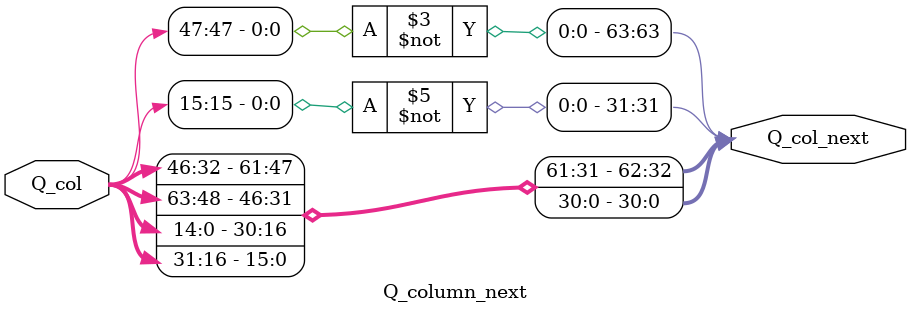
<source format=v>
module Q_column_next(
    output [63:0] Q_col_next,
    input [63:0] Q_col    
);
assign Q_col_next[63:48] = {1'b1 ^ Q_col[47], Q_col[46:32]};
assign Q_col_next[47:32] = Q_col[63:48];
assign Q_col_next[31:16] = {1'b1 ^ Q_col[15], Q_col[14:0]};
assign Q_col_next[15:0] = Q_col[31:16];


endmodule

</source>
